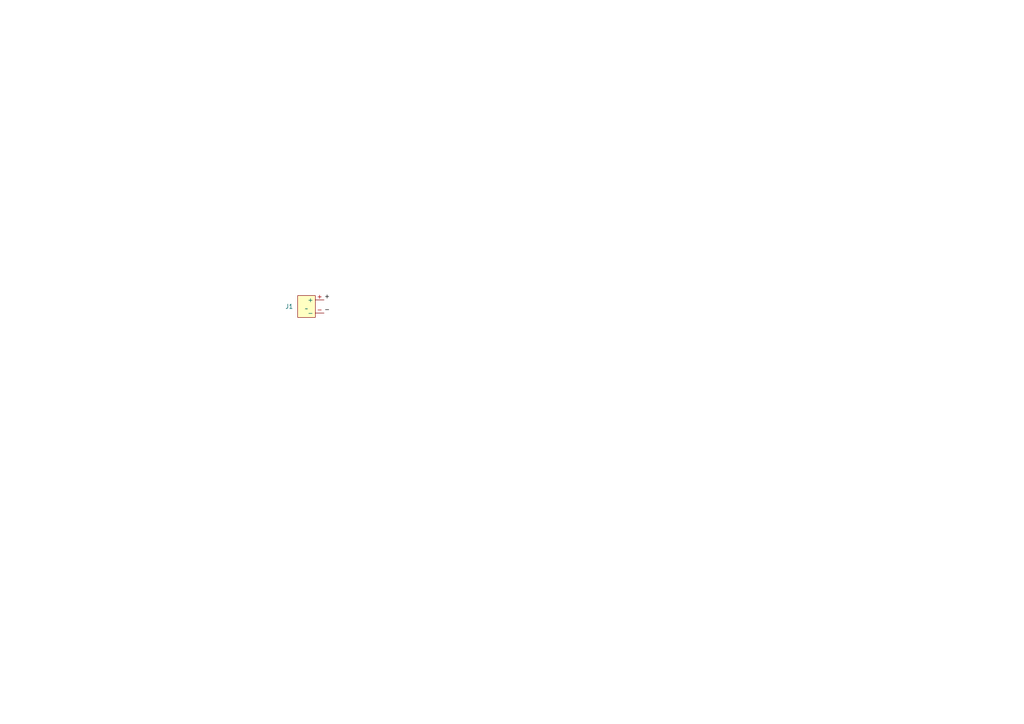
<source format=kicad_sch>
(kicad_sch (version 20230121) (generator eeschema)
  (paper "A4")
  (lib_symbols
    (symbol "1_laser:ldp"
      (property "Reference" "J" (at -1.27 6.35 0))
      (symbol "ldp_1_1"
        (rectangle (start -2.54 3.81) (end 2.54 -2.54) (fill (type background)))
        (pin passive line (at -5.08 2.54 0) (length 2.54) (name "+") (number "+"))
        (pin passive line (at -5.08 -1.27 0) (length 2.54) (name "-") (number "-"))
      )
    )
  )
  (label "-" (at 93.98 90.805 0))
  (label "+" (at 93.98 86.995 0))
  (symbol (lib_id "1_laser:ldp") (at 88.9 89.535 0) (mirror y) (unit 1)
    (property "Reference" "J1" (at 85.09 88.9 0) (effects (justify left)))
    (property "Value" "~" (at 88.9 89.535 0))
    (property "Footprint" "1_laser:ldp" (effects hide))
  )
)
</source>
